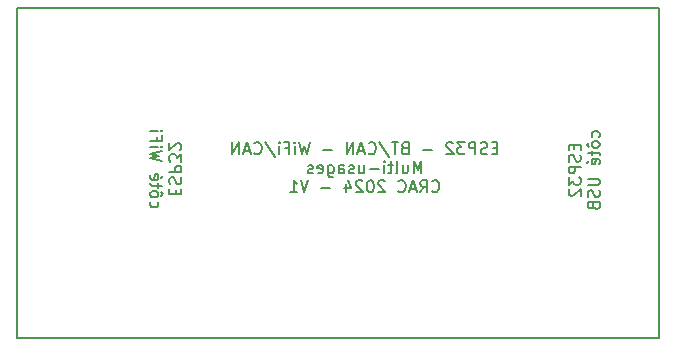
<source format=gbr>
%TF.GenerationSoftware,KiCad,Pcbnew,7.0.11-2.fc39*%
%TF.CreationDate,2024-04-04T23:01:03+02:00*%
%TF.ProjectId,WifiCAN,57696669-4341-44e2-9e6b-696361645f70,rev?*%
%TF.SameCoordinates,Original*%
%TF.FileFunction,Legend,Bot*%
%TF.FilePolarity,Positive*%
%FSLAX46Y46*%
G04 Gerber Fmt 4.6, Leading zero omitted, Abs format (unit mm)*
G04 Created by KiCad (PCBNEW 7.0.11-2.fc39) date 2024-04-04 23:01:03*
%MOMM*%
%LPD*%
G01*
G04 APERTURE LIST*
%ADD10C,0.150000*%
%ADD11C,0.127000*%
G04 APERTURE END LIST*
D10*
X114921690Y-108006456D02*
X114921690Y-107673123D01*
X114397880Y-107530266D02*
X114397880Y-108006456D01*
X114397880Y-108006456D02*
X115397880Y-108006456D01*
X115397880Y-108006456D02*
X115397880Y-107530266D01*
X114445500Y-107149313D02*
X114397880Y-107006456D01*
X114397880Y-107006456D02*
X114397880Y-106768361D01*
X114397880Y-106768361D02*
X114445500Y-106673123D01*
X114445500Y-106673123D02*
X114493119Y-106625504D01*
X114493119Y-106625504D02*
X114588357Y-106577885D01*
X114588357Y-106577885D02*
X114683595Y-106577885D01*
X114683595Y-106577885D02*
X114778833Y-106625504D01*
X114778833Y-106625504D02*
X114826452Y-106673123D01*
X114826452Y-106673123D02*
X114874071Y-106768361D01*
X114874071Y-106768361D02*
X114921690Y-106958837D01*
X114921690Y-106958837D02*
X114969309Y-107054075D01*
X114969309Y-107054075D02*
X115016928Y-107101694D01*
X115016928Y-107101694D02*
X115112166Y-107149313D01*
X115112166Y-107149313D02*
X115207404Y-107149313D01*
X115207404Y-107149313D02*
X115302642Y-107101694D01*
X115302642Y-107101694D02*
X115350261Y-107054075D01*
X115350261Y-107054075D02*
X115397880Y-106958837D01*
X115397880Y-106958837D02*
X115397880Y-106720742D01*
X115397880Y-106720742D02*
X115350261Y-106577885D01*
X114397880Y-106149313D02*
X115397880Y-106149313D01*
X115397880Y-106149313D02*
X115397880Y-105768361D01*
X115397880Y-105768361D02*
X115350261Y-105673123D01*
X115350261Y-105673123D02*
X115302642Y-105625504D01*
X115302642Y-105625504D02*
X115207404Y-105577885D01*
X115207404Y-105577885D02*
X115064547Y-105577885D01*
X115064547Y-105577885D02*
X114969309Y-105625504D01*
X114969309Y-105625504D02*
X114921690Y-105673123D01*
X114921690Y-105673123D02*
X114874071Y-105768361D01*
X114874071Y-105768361D02*
X114874071Y-106149313D01*
X115397880Y-105244551D02*
X115397880Y-104625504D01*
X115397880Y-104625504D02*
X115016928Y-104958837D01*
X115016928Y-104958837D02*
X115016928Y-104815980D01*
X115016928Y-104815980D02*
X114969309Y-104720742D01*
X114969309Y-104720742D02*
X114921690Y-104673123D01*
X114921690Y-104673123D02*
X114826452Y-104625504D01*
X114826452Y-104625504D02*
X114588357Y-104625504D01*
X114588357Y-104625504D02*
X114493119Y-104673123D01*
X114493119Y-104673123D02*
X114445500Y-104720742D01*
X114445500Y-104720742D02*
X114397880Y-104815980D01*
X114397880Y-104815980D02*
X114397880Y-105101694D01*
X114397880Y-105101694D02*
X114445500Y-105196932D01*
X114445500Y-105196932D02*
X114493119Y-105244551D01*
X115302642Y-104244551D02*
X115350261Y-104196932D01*
X115350261Y-104196932D02*
X115397880Y-104101694D01*
X115397880Y-104101694D02*
X115397880Y-103863599D01*
X115397880Y-103863599D02*
X115350261Y-103768361D01*
X115350261Y-103768361D02*
X115302642Y-103720742D01*
X115302642Y-103720742D02*
X115207404Y-103673123D01*
X115207404Y-103673123D02*
X115112166Y-103673123D01*
X115112166Y-103673123D02*
X114969309Y-103720742D01*
X114969309Y-103720742D02*
X114397880Y-104292170D01*
X114397880Y-104292170D02*
X114397880Y-103673123D01*
X112835500Y-108649314D02*
X112787880Y-108744552D01*
X112787880Y-108744552D02*
X112787880Y-108935028D01*
X112787880Y-108935028D02*
X112835500Y-109030266D01*
X112835500Y-109030266D02*
X112883119Y-109077885D01*
X112883119Y-109077885D02*
X112978357Y-109125504D01*
X112978357Y-109125504D02*
X113264071Y-109125504D01*
X113264071Y-109125504D02*
X113359309Y-109077885D01*
X113359309Y-109077885D02*
X113406928Y-109030266D01*
X113406928Y-109030266D02*
X113454547Y-108935028D01*
X113454547Y-108935028D02*
X113454547Y-108744552D01*
X113454547Y-108744552D02*
X113406928Y-108649314D01*
X112787880Y-108077885D02*
X112835500Y-108173123D01*
X112835500Y-108173123D02*
X112883119Y-108220742D01*
X112883119Y-108220742D02*
X112978357Y-108268361D01*
X112978357Y-108268361D02*
X113264071Y-108268361D01*
X113264071Y-108268361D02*
X113359309Y-108220742D01*
X113359309Y-108220742D02*
X113406928Y-108173123D01*
X113406928Y-108173123D02*
X113454547Y-108077885D01*
X113454547Y-108077885D02*
X113454547Y-107935028D01*
X113454547Y-107935028D02*
X113406928Y-107839790D01*
X113406928Y-107839790D02*
X113359309Y-107792171D01*
X113359309Y-107792171D02*
X113264071Y-107744552D01*
X113264071Y-107744552D02*
X112978357Y-107744552D01*
X112978357Y-107744552D02*
X112883119Y-107792171D01*
X112883119Y-107792171D02*
X112835500Y-107839790D01*
X112835500Y-107839790D02*
X112787880Y-107935028D01*
X112787880Y-107935028D02*
X112787880Y-108077885D01*
X113692642Y-108173123D02*
X113835500Y-107982647D01*
X113835500Y-107982647D02*
X113692642Y-107792171D01*
X113454547Y-107458837D02*
X113454547Y-107077885D01*
X113787880Y-107315980D02*
X112930738Y-107315980D01*
X112930738Y-107315980D02*
X112835500Y-107268361D01*
X112835500Y-107268361D02*
X112787880Y-107173123D01*
X112787880Y-107173123D02*
X112787880Y-107077885D01*
X112835500Y-106363599D02*
X112787880Y-106458837D01*
X112787880Y-106458837D02*
X112787880Y-106649313D01*
X112787880Y-106649313D02*
X112835500Y-106744551D01*
X112835500Y-106744551D02*
X112930738Y-106792170D01*
X112930738Y-106792170D02*
X113311690Y-106792170D01*
X113311690Y-106792170D02*
X113406928Y-106744551D01*
X113406928Y-106744551D02*
X113454547Y-106649313D01*
X113454547Y-106649313D02*
X113454547Y-106458837D01*
X113454547Y-106458837D02*
X113406928Y-106363599D01*
X113406928Y-106363599D02*
X113311690Y-106315980D01*
X113311690Y-106315980D02*
X113216452Y-106315980D01*
X113216452Y-106315980D02*
X113121214Y-106792170D01*
X113835500Y-106458837D02*
X113692642Y-106601694D01*
X113787880Y-105220741D02*
X112787880Y-104982646D01*
X112787880Y-104982646D02*
X113502166Y-104792170D01*
X113502166Y-104792170D02*
X112787880Y-104601694D01*
X112787880Y-104601694D02*
X113787880Y-104363599D01*
X112787880Y-103982646D02*
X113454547Y-103982646D01*
X113787880Y-103982646D02*
X113740261Y-104030265D01*
X113740261Y-104030265D02*
X113692642Y-103982646D01*
X113692642Y-103982646D02*
X113740261Y-103935027D01*
X113740261Y-103935027D02*
X113787880Y-103982646D01*
X113787880Y-103982646D02*
X113692642Y-103982646D01*
X113311690Y-103173123D02*
X113311690Y-103506456D01*
X112787880Y-103506456D02*
X113787880Y-103506456D01*
X113787880Y-103506456D02*
X113787880Y-103030266D01*
X112787880Y-102649313D02*
X113454547Y-102649313D01*
X113787880Y-102649313D02*
X113740261Y-102696932D01*
X113740261Y-102696932D02*
X113692642Y-102649313D01*
X113692642Y-102649313D02*
X113740261Y-102601694D01*
X113740261Y-102601694D02*
X113787880Y-102649313D01*
X113787880Y-102649313D02*
X113692642Y-102649313D01*
X148693709Y-103820743D02*
X148693709Y-104154076D01*
X149217519Y-104296933D02*
X149217519Y-103820743D01*
X149217519Y-103820743D02*
X148217519Y-103820743D01*
X148217519Y-103820743D02*
X148217519Y-104296933D01*
X149169900Y-104677886D02*
X149217519Y-104820743D01*
X149217519Y-104820743D02*
X149217519Y-105058838D01*
X149217519Y-105058838D02*
X149169900Y-105154076D01*
X149169900Y-105154076D02*
X149122280Y-105201695D01*
X149122280Y-105201695D02*
X149027042Y-105249314D01*
X149027042Y-105249314D02*
X148931804Y-105249314D01*
X148931804Y-105249314D02*
X148836566Y-105201695D01*
X148836566Y-105201695D02*
X148788947Y-105154076D01*
X148788947Y-105154076D02*
X148741328Y-105058838D01*
X148741328Y-105058838D02*
X148693709Y-104868362D01*
X148693709Y-104868362D02*
X148646090Y-104773124D01*
X148646090Y-104773124D02*
X148598471Y-104725505D01*
X148598471Y-104725505D02*
X148503233Y-104677886D01*
X148503233Y-104677886D02*
X148407995Y-104677886D01*
X148407995Y-104677886D02*
X148312757Y-104725505D01*
X148312757Y-104725505D02*
X148265138Y-104773124D01*
X148265138Y-104773124D02*
X148217519Y-104868362D01*
X148217519Y-104868362D02*
X148217519Y-105106457D01*
X148217519Y-105106457D02*
X148265138Y-105249314D01*
X149217519Y-105677886D02*
X148217519Y-105677886D01*
X148217519Y-105677886D02*
X148217519Y-106058838D01*
X148217519Y-106058838D02*
X148265138Y-106154076D01*
X148265138Y-106154076D02*
X148312757Y-106201695D01*
X148312757Y-106201695D02*
X148407995Y-106249314D01*
X148407995Y-106249314D02*
X148550852Y-106249314D01*
X148550852Y-106249314D02*
X148646090Y-106201695D01*
X148646090Y-106201695D02*
X148693709Y-106154076D01*
X148693709Y-106154076D02*
X148741328Y-106058838D01*
X148741328Y-106058838D02*
X148741328Y-105677886D01*
X148217519Y-106582648D02*
X148217519Y-107201695D01*
X148217519Y-107201695D02*
X148598471Y-106868362D01*
X148598471Y-106868362D02*
X148598471Y-107011219D01*
X148598471Y-107011219D02*
X148646090Y-107106457D01*
X148646090Y-107106457D02*
X148693709Y-107154076D01*
X148693709Y-107154076D02*
X148788947Y-107201695D01*
X148788947Y-107201695D02*
X149027042Y-107201695D01*
X149027042Y-107201695D02*
X149122280Y-107154076D01*
X149122280Y-107154076D02*
X149169900Y-107106457D01*
X149169900Y-107106457D02*
X149217519Y-107011219D01*
X149217519Y-107011219D02*
X149217519Y-106725505D01*
X149217519Y-106725505D02*
X149169900Y-106630267D01*
X149169900Y-106630267D02*
X149122280Y-106582648D01*
X148312757Y-107582648D02*
X148265138Y-107630267D01*
X148265138Y-107630267D02*
X148217519Y-107725505D01*
X148217519Y-107725505D02*
X148217519Y-107963600D01*
X148217519Y-107963600D02*
X148265138Y-108058838D01*
X148265138Y-108058838D02*
X148312757Y-108106457D01*
X148312757Y-108106457D02*
X148407995Y-108154076D01*
X148407995Y-108154076D02*
X148503233Y-108154076D01*
X148503233Y-108154076D02*
X148646090Y-108106457D01*
X148646090Y-108106457D02*
X149217519Y-107535029D01*
X149217519Y-107535029D02*
X149217519Y-108154076D01*
X150779900Y-103154075D02*
X150827519Y-103058837D01*
X150827519Y-103058837D02*
X150827519Y-102868361D01*
X150827519Y-102868361D02*
X150779900Y-102773123D01*
X150779900Y-102773123D02*
X150732280Y-102725504D01*
X150732280Y-102725504D02*
X150637042Y-102677885D01*
X150637042Y-102677885D02*
X150351328Y-102677885D01*
X150351328Y-102677885D02*
X150256090Y-102725504D01*
X150256090Y-102725504D02*
X150208471Y-102773123D01*
X150208471Y-102773123D02*
X150160852Y-102868361D01*
X150160852Y-102868361D02*
X150160852Y-103058837D01*
X150160852Y-103058837D02*
X150208471Y-103154075D01*
X150827519Y-103725504D02*
X150779900Y-103630266D01*
X150779900Y-103630266D02*
X150732280Y-103582647D01*
X150732280Y-103582647D02*
X150637042Y-103535028D01*
X150637042Y-103535028D02*
X150351328Y-103535028D01*
X150351328Y-103535028D02*
X150256090Y-103582647D01*
X150256090Y-103582647D02*
X150208471Y-103630266D01*
X150208471Y-103630266D02*
X150160852Y-103725504D01*
X150160852Y-103725504D02*
X150160852Y-103868361D01*
X150160852Y-103868361D02*
X150208471Y-103963599D01*
X150208471Y-103963599D02*
X150256090Y-104011218D01*
X150256090Y-104011218D02*
X150351328Y-104058837D01*
X150351328Y-104058837D02*
X150637042Y-104058837D01*
X150637042Y-104058837D02*
X150732280Y-104011218D01*
X150732280Y-104011218D02*
X150779900Y-103963599D01*
X150779900Y-103963599D02*
X150827519Y-103868361D01*
X150827519Y-103868361D02*
X150827519Y-103725504D01*
X149922757Y-103630266D02*
X149779900Y-103820742D01*
X149779900Y-103820742D02*
X149922757Y-104011218D01*
X150160852Y-104344552D02*
X150160852Y-104725504D01*
X149827519Y-104487409D02*
X150684661Y-104487409D01*
X150684661Y-104487409D02*
X150779900Y-104535028D01*
X150779900Y-104535028D02*
X150827519Y-104630266D01*
X150827519Y-104630266D02*
X150827519Y-104725504D01*
X150779900Y-105439790D02*
X150827519Y-105344552D01*
X150827519Y-105344552D02*
X150827519Y-105154076D01*
X150827519Y-105154076D02*
X150779900Y-105058838D01*
X150779900Y-105058838D02*
X150684661Y-105011219D01*
X150684661Y-105011219D02*
X150303709Y-105011219D01*
X150303709Y-105011219D02*
X150208471Y-105058838D01*
X150208471Y-105058838D02*
X150160852Y-105154076D01*
X150160852Y-105154076D02*
X150160852Y-105344552D01*
X150160852Y-105344552D02*
X150208471Y-105439790D01*
X150208471Y-105439790D02*
X150303709Y-105487409D01*
X150303709Y-105487409D02*
X150398947Y-105487409D01*
X150398947Y-105487409D02*
X150494185Y-105011219D01*
X149779900Y-105344552D02*
X149922757Y-105201695D01*
X149827519Y-106677886D02*
X150637042Y-106677886D01*
X150637042Y-106677886D02*
X150732280Y-106725505D01*
X150732280Y-106725505D02*
X150779900Y-106773124D01*
X150779900Y-106773124D02*
X150827519Y-106868362D01*
X150827519Y-106868362D02*
X150827519Y-107058838D01*
X150827519Y-107058838D02*
X150779900Y-107154076D01*
X150779900Y-107154076D02*
X150732280Y-107201695D01*
X150732280Y-107201695D02*
X150637042Y-107249314D01*
X150637042Y-107249314D02*
X149827519Y-107249314D01*
X150779900Y-107677886D02*
X150827519Y-107820743D01*
X150827519Y-107820743D02*
X150827519Y-108058838D01*
X150827519Y-108058838D02*
X150779900Y-108154076D01*
X150779900Y-108154076D02*
X150732280Y-108201695D01*
X150732280Y-108201695D02*
X150637042Y-108249314D01*
X150637042Y-108249314D02*
X150541804Y-108249314D01*
X150541804Y-108249314D02*
X150446566Y-108201695D01*
X150446566Y-108201695D02*
X150398947Y-108154076D01*
X150398947Y-108154076D02*
X150351328Y-108058838D01*
X150351328Y-108058838D02*
X150303709Y-107868362D01*
X150303709Y-107868362D02*
X150256090Y-107773124D01*
X150256090Y-107773124D02*
X150208471Y-107725505D01*
X150208471Y-107725505D02*
X150113233Y-107677886D01*
X150113233Y-107677886D02*
X150017995Y-107677886D01*
X150017995Y-107677886D02*
X149922757Y-107725505D01*
X149922757Y-107725505D02*
X149875138Y-107773124D01*
X149875138Y-107773124D02*
X149827519Y-107868362D01*
X149827519Y-107868362D02*
X149827519Y-108106457D01*
X149827519Y-108106457D02*
X149875138Y-108249314D01*
X150303709Y-109011219D02*
X150351328Y-109154076D01*
X150351328Y-109154076D02*
X150398947Y-109201695D01*
X150398947Y-109201695D02*
X150494185Y-109249314D01*
X150494185Y-109249314D02*
X150637042Y-109249314D01*
X150637042Y-109249314D02*
X150732280Y-109201695D01*
X150732280Y-109201695D02*
X150779900Y-109154076D01*
X150779900Y-109154076D02*
X150827519Y-109058838D01*
X150827519Y-109058838D02*
X150827519Y-108677886D01*
X150827519Y-108677886D02*
X149827519Y-108677886D01*
X149827519Y-108677886D02*
X149827519Y-109011219D01*
X149827519Y-109011219D02*
X149875138Y-109106457D01*
X149875138Y-109106457D02*
X149922757Y-109154076D01*
X149922757Y-109154076D02*
X150017995Y-109201695D01*
X150017995Y-109201695D02*
X150113233Y-109201695D01*
X150113233Y-109201695D02*
X150208471Y-109154076D01*
X150208471Y-109154076D02*
X150256090Y-109106457D01*
X150256090Y-109106457D02*
X150303709Y-109011219D01*
X150303709Y-109011219D02*
X150303709Y-108677886D01*
X142171985Y-104089609D02*
X141838652Y-104089609D01*
X141695795Y-104613419D02*
X142171985Y-104613419D01*
X142171985Y-104613419D02*
X142171985Y-103613419D01*
X142171985Y-103613419D02*
X141695795Y-103613419D01*
X141314842Y-104565800D02*
X141171985Y-104613419D01*
X141171985Y-104613419D02*
X140933890Y-104613419D01*
X140933890Y-104613419D02*
X140838652Y-104565800D01*
X140838652Y-104565800D02*
X140791033Y-104518180D01*
X140791033Y-104518180D02*
X140743414Y-104422942D01*
X140743414Y-104422942D02*
X140743414Y-104327704D01*
X140743414Y-104327704D02*
X140791033Y-104232466D01*
X140791033Y-104232466D02*
X140838652Y-104184847D01*
X140838652Y-104184847D02*
X140933890Y-104137228D01*
X140933890Y-104137228D02*
X141124366Y-104089609D01*
X141124366Y-104089609D02*
X141219604Y-104041990D01*
X141219604Y-104041990D02*
X141267223Y-103994371D01*
X141267223Y-103994371D02*
X141314842Y-103899133D01*
X141314842Y-103899133D02*
X141314842Y-103803895D01*
X141314842Y-103803895D02*
X141267223Y-103708657D01*
X141267223Y-103708657D02*
X141219604Y-103661038D01*
X141219604Y-103661038D02*
X141124366Y-103613419D01*
X141124366Y-103613419D02*
X140886271Y-103613419D01*
X140886271Y-103613419D02*
X140743414Y-103661038D01*
X140314842Y-104613419D02*
X140314842Y-103613419D01*
X140314842Y-103613419D02*
X139933890Y-103613419D01*
X139933890Y-103613419D02*
X139838652Y-103661038D01*
X139838652Y-103661038D02*
X139791033Y-103708657D01*
X139791033Y-103708657D02*
X139743414Y-103803895D01*
X139743414Y-103803895D02*
X139743414Y-103946752D01*
X139743414Y-103946752D02*
X139791033Y-104041990D01*
X139791033Y-104041990D02*
X139838652Y-104089609D01*
X139838652Y-104089609D02*
X139933890Y-104137228D01*
X139933890Y-104137228D02*
X140314842Y-104137228D01*
X139410080Y-103613419D02*
X138791033Y-103613419D01*
X138791033Y-103613419D02*
X139124366Y-103994371D01*
X139124366Y-103994371D02*
X138981509Y-103994371D01*
X138981509Y-103994371D02*
X138886271Y-104041990D01*
X138886271Y-104041990D02*
X138838652Y-104089609D01*
X138838652Y-104089609D02*
X138791033Y-104184847D01*
X138791033Y-104184847D02*
X138791033Y-104422942D01*
X138791033Y-104422942D02*
X138838652Y-104518180D01*
X138838652Y-104518180D02*
X138886271Y-104565800D01*
X138886271Y-104565800D02*
X138981509Y-104613419D01*
X138981509Y-104613419D02*
X139267223Y-104613419D01*
X139267223Y-104613419D02*
X139362461Y-104565800D01*
X139362461Y-104565800D02*
X139410080Y-104518180D01*
X138410080Y-103708657D02*
X138362461Y-103661038D01*
X138362461Y-103661038D02*
X138267223Y-103613419D01*
X138267223Y-103613419D02*
X138029128Y-103613419D01*
X138029128Y-103613419D02*
X137933890Y-103661038D01*
X137933890Y-103661038D02*
X137886271Y-103708657D01*
X137886271Y-103708657D02*
X137838652Y-103803895D01*
X137838652Y-103803895D02*
X137838652Y-103899133D01*
X137838652Y-103899133D02*
X137886271Y-104041990D01*
X137886271Y-104041990D02*
X138457699Y-104613419D01*
X138457699Y-104613419D02*
X137838652Y-104613419D01*
X136648175Y-104232466D02*
X135886271Y-104232466D01*
X134314842Y-104089609D02*
X134171985Y-104137228D01*
X134171985Y-104137228D02*
X134124366Y-104184847D01*
X134124366Y-104184847D02*
X134076747Y-104280085D01*
X134076747Y-104280085D02*
X134076747Y-104422942D01*
X134076747Y-104422942D02*
X134124366Y-104518180D01*
X134124366Y-104518180D02*
X134171985Y-104565800D01*
X134171985Y-104565800D02*
X134267223Y-104613419D01*
X134267223Y-104613419D02*
X134648175Y-104613419D01*
X134648175Y-104613419D02*
X134648175Y-103613419D01*
X134648175Y-103613419D02*
X134314842Y-103613419D01*
X134314842Y-103613419D02*
X134219604Y-103661038D01*
X134219604Y-103661038D02*
X134171985Y-103708657D01*
X134171985Y-103708657D02*
X134124366Y-103803895D01*
X134124366Y-103803895D02*
X134124366Y-103899133D01*
X134124366Y-103899133D02*
X134171985Y-103994371D01*
X134171985Y-103994371D02*
X134219604Y-104041990D01*
X134219604Y-104041990D02*
X134314842Y-104089609D01*
X134314842Y-104089609D02*
X134648175Y-104089609D01*
X133791032Y-103613419D02*
X133219604Y-103613419D01*
X133505318Y-104613419D02*
X133505318Y-103613419D01*
X132171985Y-103565800D02*
X133029127Y-104851514D01*
X131267223Y-104518180D02*
X131314842Y-104565800D01*
X131314842Y-104565800D02*
X131457699Y-104613419D01*
X131457699Y-104613419D02*
X131552937Y-104613419D01*
X131552937Y-104613419D02*
X131695794Y-104565800D01*
X131695794Y-104565800D02*
X131791032Y-104470561D01*
X131791032Y-104470561D02*
X131838651Y-104375323D01*
X131838651Y-104375323D02*
X131886270Y-104184847D01*
X131886270Y-104184847D02*
X131886270Y-104041990D01*
X131886270Y-104041990D02*
X131838651Y-103851514D01*
X131838651Y-103851514D02*
X131791032Y-103756276D01*
X131791032Y-103756276D02*
X131695794Y-103661038D01*
X131695794Y-103661038D02*
X131552937Y-103613419D01*
X131552937Y-103613419D02*
X131457699Y-103613419D01*
X131457699Y-103613419D02*
X131314842Y-103661038D01*
X131314842Y-103661038D02*
X131267223Y-103708657D01*
X130886270Y-104327704D02*
X130410080Y-104327704D01*
X130981508Y-104613419D02*
X130648175Y-103613419D01*
X130648175Y-103613419D02*
X130314842Y-104613419D01*
X129981508Y-104613419D02*
X129981508Y-103613419D01*
X129981508Y-103613419D02*
X129410080Y-104613419D01*
X129410080Y-104613419D02*
X129410080Y-103613419D01*
X128171984Y-104232466D02*
X127410080Y-104232466D01*
X126267222Y-103613419D02*
X126029127Y-104613419D01*
X126029127Y-104613419D02*
X125838651Y-103899133D01*
X125838651Y-103899133D02*
X125648175Y-104613419D01*
X125648175Y-104613419D02*
X125410080Y-103613419D01*
X125029127Y-104613419D02*
X125029127Y-103946752D01*
X125029127Y-103613419D02*
X125076746Y-103661038D01*
X125076746Y-103661038D02*
X125029127Y-103708657D01*
X125029127Y-103708657D02*
X124981508Y-103661038D01*
X124981508Y-103661038D02*
X125029127Y-103613419D01*
X125029127Y-103613419D02*
X125029127Y-103708657D01*
X124219604Y-104089609D02*
X124552937Y-104089609D01*
X124552937Y-104613419D02*
X124552937Y-103613419D01*
X124552937Y-103613419D02*
X124076747Y-103613419D01*
X123695794Y-104613419D02*
X123695794Y-103946752D01*
X123695794Y-103613419D02*
X123743413Y-103661038D01*
X123743413Y-103661038D02*
X123695794Y-103708657D01*
X123695794Y-103708657D02*
X123648175Y-103661038D01*
X123648175Y-103661038D02*
X123695794Y-103613419D01*
X123695794Y-103613419D02*
X123695794Y-103708657D01*
X122505319Y-103565800D02*
X123362461Y-104851514D01*
X121600557Y-104518180D02*
X121648176Y-104565800D01*
X121648176Y-104565800D02*
X121791033Y-104613419D01*
X121791033Y-104613419D02*
X121886271Y-104613419D01*
X121886271Y-104613419D02*
X122029128Y-104565800D01*
X122029128Y-104565800D02*
X122124366Y-104470561D01*
X122124366Y-104470561D02*
X122171985Y-104375323D01*
X122171985Y-104375323D02*
X122219604Y-104184847D01*
X122219604Y-104184847D02*
X122219604Y-104041990D01*
X122219604Y-104041990D02*
X122171985Y-103851514D01*
X122171985Y-103851514D02*
X122124366Y-103756276D01*
X122124366Y-103756276D02*
X122029128Y-103661038D01*
X122029128Y-103661038D02*
X121886271Y-103613419D01*
X121886271Y-103613419D02*
X121791033Y-103613419D01*
X121791033Y-103613419D02*
X121648176Y-103661038D01*
X121648176Y-103661038D02*
X121600557Y-103708657D01*
X121219604Y-104327704D02*
X120743414Y-104327704D01*
X121314842Y-104613419D02*
X120981509Y-103613419D01*
X120981509Y-103613419D02*
X120648176Y-104613419D01*
X120314842Y-104613419D02*
X120314842Y-103613419D01*
X120314842Y-103613419D02*
X119743414Y-104613419D01*
X119743414Y-104613419D02*
X119743414Y-103613419D01*
X135743414Y-106223419D02*
X135743414Y-105223419D01*
X135743414Y-105223419D02*
X135410081Y-105937704D01*
X135410081Y-105937704D02*
X135076748Y-105223419D01*
X135076748Y-105223419D02*
X135076748Y-106223419D01*
X134171986Y-105556752D02*
X134171986Y-106223419D01*
X134600557Y-105556752D02*
X134600557Y-106080561D01*
X134600557Y-106080561D02*
X134552938Y-106175800D01*
X134552938Y-106175800D02*
X134457700Y-106223419D01*
X134457700Y-106223419D02*
X134314843Y-106223419D01*
X134314843Y-106223419D02*
X134219605Y-106175800D01*
X134219605Y-106175800D02*
X134171986Y-106128180D01*
X133552938Y-106223419D02*
X133648176Y-106175800D01*
X133648176Y-106175800D02*
X133695795Y-106080561D01*
X133695795Y-106080561D02*
X133695795Y-105223419D01*
X133314842Y-105556752D02*
X132933890Y-105556752D01*
X133171985Y-105223419D02*
X133171985Y-106080561D01*
X133171985Y-106080561D02*
X133124366Y-106175800D01*
X133124366Y-106175800D02*
X133029128Y-106223419D01*
X133029128Y-106223419D02*
X132933890Y-106223419D01*
X132600556Y-106223419D02*
X132600556Y-105556752D01*
X132600556Y-105223419D02*
X132648175Y-105271038D01*
X132648175Y-105271038D02*
X132600556Y-105318657D01*
X132600556Y-105318657D02*
X132552937Y-105271038D01*
X132552937Y-105271038D02*
X132600556Y-105223419D01*
X132600556Y-105223419D02*
X132600556Y-105318657D01*
X132124366Y-105842466D02*
X131362462Y-105842466D01*
X130457700Y-105556752D02*
X130457700Y-106223419D01*
X130886271Y-105556752D02*
X130886271Y-106080561D01*
X130886271Y-106080561D02*
X130838652Y-106175800D01*
X130838652Y-106175800D02*
X130743414Y-106223419D01*
X130743414Y-106223419D02*
X130600557Y-106223419D01*
X130600557Y-106223419D02*
X130505319Y-106175800D01*
X130505319Y-106175800D02*
X130457700Y-106128180D01*
X130029128Y-106175800D02*
X129933890Y-106223419D01*
X129933890Y-106223419D02*
X129743414Y-106223419D01*
X129743414Y-106223419D02*
X129648176Y-106175800D01*
X129648176Y-106175800D02*
X129600557Y-106080561D01*
X129600557Y-106080561D02*
X129600557Y-106032942D01*
X129600557Y-106032942D02*
X129648176Y-105937704D01*
X129648176Y-105937704D02*
X129743414Y-105890085D01*
X129743414Y-105890085D02*
X129886271Y-105890085D01*
X129886271Y-105890085D02*
X129981509Y-105842466D01*
X129981509Y-105842466D02*
X130029128Y-105747228D01*
X130029128Y-105747228D02*
X130029128Y-105699609D01*
X130029128Y-105699609D02*
X129981509Y-105604371D01*
X129981509Y-105604371D02*
X129886271Y-105556752D01*
X129886271Y-105556752D02*
X129743414Y-105556752D01*
X129743414Y-105556752D02*
X129648176Y-105604371D01*
X128743414Y-106223419D02*
X128743414Y-105699609D01*
X128743414Y-105699609D02*
X128791033Y-105604371D01*
X128791033Y-105604371D02*
X128886271Y-105556752D01*
X128886271Y-105556752D02*
X129076747Y-105556752D01*
X129076747Y-105556752D02*
X129171985Y-105604371D01*
X128743414Y-106175800D02*
X128838652Y-106223419D01*
X128838652Y-106223419D02*
X129076747Y-106223419D01*
X129076747Y-106223419D02*
X129171985Y-106175800D01*
X129171985Y-106175800D02*
X129219604Y-106080561D01*
X129219604Y-106080561D02*
X129219604Y-105985323D01*
X129219604Y-105985323D02*
X129171985Y-105890085D01*
X129171985Y-105890085D02*
X129076747Y-105842466D01*
X129076747Y-105842466D02*
X128838652Y-105842466D01*
X128838652Y-105842466D02*
X128743414Y-105794847D01*
X127838652Y-105556752D02*
X127838652Y-106366276D01*
X127838652Y-106366276D02*
X127886271Y-106461514D01*
X127886271Y-106461514D02*
X127933890Y-106509133D01*
X127933890Y-106509133D02*
X128029128Y-106556752D01*
X128029128Y-106556752D02*
X128171985Y-106556752D01*
X128171985Y-106556752D02*
X128267223Y-106509133D01*
X127838652Y-106175800D02*
X127933890Y-106223419D01*
X127933890Y-106223419D02*
X128124366Y-106223419D01*
X128124366Y-106223419D02*
X128219604Y-106175800D01*
X128219604Y-106175800D02*
X128267223Y-106128180D01*
X128267223Y-106128180D02*
X128314842Y-106032942D01*
X128314842Y-106032942D02*
X128314842Y-105747228D01*
X128314842Y-105747228D02*
X128267223Y-105651990D01*
X128267223Y-105651990D02*
X128219604Y-105604371D01*
X128219604Y-105604371D02*
X128124366Y-105556752D01*
X128124366Y-105556752D02*
X127933890Y-105556752D01*
X127933890Y-105556752D02*
X127838652Y-105604371D01*
X126981509Y-106175800D02*
X127076747Y-106223419D01*
X127076747Y-106223419D02*
X127267223Y-106223419D01*
X127267223Y-106223419D02*
X127362461Y-106175800D01*
X127362461Y-106175800D02*
X127410080Y-106080561D01*
X127410080Y-106080561D02*
X127410080Y-105699609D01*
X127410080Y-105699609D02*
X127362461Y-105604371D01*
X127362461Y-105604371D02*
X127267223Y-105556752D01*
X127267223Y-105556752D02*
X127076747Y-105556752D01*
X127076747Y-105556752D02*
X126981509Y-105604371D01*
X126981509Y-105604371D02*
X126933890Y-105699609D01*
X126933890Y-105699609D02*
X126933890Y-105794847D01*
X126933890Y-105794847D02*
X127410080Y-105890085D01*
X126552937Y-106175800D02*
X126457699Y-106223419D01*
X126457699Y-106223419D02*
X126267223Y-106223419D01*
X126267223Y-106223419D02*
X126171985Y-106175800D01*
X126171985Y-106175800D02*
X126124366Y-106080561D01*
X126124366Y-106080561D02*
X126124366Y-106032942D01*
X126124366Y-106032942D02*
X126171985Y-105937704D01*
X126171985Y-105937704D02*
X126267223Y-105890085D01*
X126267223Y-105890085D02*
X126410080Y-105890085D01*
X126410080Y-105890085D02*
X126505318Y-105842466D01*
X126505318Y-105842466D02*
X126552937Y-105747228D01*
X126552937Y-105747228D02*
X126552937Y-105699609D01*
X126552937Y-105699609D02*
X126505318Y-105604371D01*
X126505318Y-105604371D02*
X126410080Y-105556752D01*
X126410080Y-105556752D02*
X126267223Y-105556752D01*
X126267223Y-105556752D02*
X126171985Y-105604371D01*
X136648176Y-107738180D02*
X136695795Y-107785800D01*
X136695795Y-107785800D02*
X136838652Y-107833419D01*
X136838652Y-107833419D02*
X136933890Y-107833419D01*
X136933890Y-107833419D02*
X137076747Y-107785800D01*
X137076747Y-107785800D02*
X137171985Y-107690561D01*
X137171985Y-107690561D02*
X137219604Y-107595323D01*
X137219604Y-107595323D02*
X137267223Y-107404847D01*
X137267223Y-107404847D02*
X137267223Y-107261990D01*
X137267223Y-107261990D02*
X137219604Y-107071514D01*
X137219604Y-107071514D02*
X137171985Y-106976276D01*
X137171985Y-106976276D02*
X137076747Y-106881038D01*
X137076747Y-106881038D02*
X136933890Y-106833419D01*
X136933890Y-106833419D02*
X136838652Y-106833419D01*
X136838652Y-106833419D02*
X136695795Y-106881038D01*
X136695795Y-106881038D02*
X136648176Y-106928657D01*
X135648176Y-107833419D02*
X135981509Y-107357228D01*
X136219604Y-107833419D02*
X136219604Y-106833419D01*
X136219604Y-106833419D02*
X135838652Y-106833419D01*
X135838652Y-106833419D02*
X135743414Y-106881038D01*
X135743414Y-106881038D02*
X135695795Y-106928657D01*
X135695795Y-106928657D02*
X135648176Y-107023895D01*
X135648176Y-107023895D02*
X135648176Y-107166752D01*
X135648176Y-107166752D02*
X135695795Y-107261990D01*
X135695795Y-107261990D02*
X135743414Y-107309609D01*
X135743414Y-107309609D02*
X135838652Y-107357228D01*
X135838652Y-107357228D02*
X136219604Y-107357228D01*
X135267223Y-107547704D02*
X134791033Y-107547704D01*
X135362461Y-107833419D02*
X135029128Y-106833419D01*
X135029128Y-106833419D02*
X134695795Y-107833419D01*
X133791033Y-107738180D02*
X133838652Y-107785800D01*
X133838652Y-107785800D02*
X133981509Y-107833419D01*
X133981509Y-107833419D02*
X134076747Y-107833419D01*
X134076747Y-107833419D02*
X134219604Y-107785800D01*
X134219604Y-107785800D02*
X134314842Y-107690561D01*
X134314842Y-107690561D02*
X134362461Y-107595323D01*
X134362461Y-107595323D02*
X134410080Y-107404847D01*
X134410080Y-107404847D02*
X134410080Y-107261990D01*
X134410080Y-107261990D02*
X134362461Y-107071514D01*
X134362461Y-107071514D02*
X134314842Y-106976276D01*
X134314842Y-106976276D02*
X134219604Y-106881038D01*
X134219604Y-106881038D02*
X134076747Y-106833419D01*
X134076747Y-106833419D02*
X133981509Y-106833419D01*
X133981509Y-106833419D02*
X133838652Y-106881038D01*
X133838652Y-106881038D02*
X133791033Y-106928657D01*
X132648175Y-106928657D02*
X132600556Y-106881038D01*
X132600556Y-106881038D02*
X132505318Y-106833419D01*
X132505318Y-106833419D02*
X132267223Y-106833419D01*
X132267223Y-106833419D02*
X132171985Y-106881038D01*
X132171985Y-106881038D02*
X132124366Y-106928657D01*
X132124366Y-106928657D02*
X132076747Y-107023895D01*
X132076747Y-107023895D02*
X132076747Y-107119133D01*
X132076747Y-107119133D02*
X132124366Y-107261990D01*
X132124366Y-107261990D02*
X132695794Y-107833419D01*
X132695794Y-107833419D02*
X132076747Y-107833419D01*
X131457699Y-106833419D02*
X131362461Y-106833419D01*
X131362461Y-106833419D02*
X131267223Y-106881038D01*
X131267223Y-106881038D02*
X131219604Y-106928657D01*
X131219604Y-106928657D02*
X131171985Y-107023895D01*
X131171985Y-107023895D02*
X131124366Y-107214371D01*
X131124366Y-107214371D02*
X131124366Y-107452466D01*
X131124366Y-107452466D02*
X131171985Y-107642942D01*
X131171985Y-107642942D02*
X131219604Y-107738180D01*
X131219604Y-107738180D02*
X131267223Y-107785800D01*
X131267223Y-107785800D02*
X131362461Y-107833419D01*
X131362461Y-107833419D02*
X131457699Y-107833419D01*
X131457699Y-107833419D02*
X131552937Y-107785800D01*
X131552937Y-107785800D02*
X131600556Y-107738180D01*
X131600556Y-107738180D02*
X131648175Y-107642942D01*
X131648175Y-107642942D02*
X131695794Y-107452466D01*
X131695794Y-107452466D02*
X131695794Y-107214371D01*
X131695794Y-107214371D02*
X131648175Y-107023895D01*
X131648175Y-107023895D02*
X131600556Y-106928657D01*
X131600556Y-106928657D02*
X131552937Y-106881038D01*
X131552937Y-106881038D02*
X131457699Y-106833419D01*
X130743413Y-106928657D02*
X130695794Y-106881038D01*
X130695794Y-106881038D02*
X130600556Y-106833419D01*
X130600556Y-106833419D02*
X130362461Y-106833419D01*
X130362461Y-106833419D02*
X130267223Y-106881038D01*
X130267223Y-106881038D02*
X130219604Y-106928657D01*
X130219604Y-106928657D02*
X130171985Y-107023895D01*
X130171985Y-107023895D02*
X130171985Y-107119133D01*
X130171985Y-107119133D02*
X130219604Y-107261990D01*
X130219604Y-107261990D02*
X130791032Y-107833419D01*
X130791032Y-107833419D02*
X130171985Y-107833419D01*
X129314842Y-107166752D02*
X129314842Y-107833419D01*
X129552937Y-106785800D02*
X129791032Y-107500085D01*
X129791032Y-107500085D02*
X129171985Y-107500085D01*
X128029127Y-107452466D02*
X127267223Y-107452466D01*
X126171984Y-106833419D02*
X125838651Y-107833419D01*
X125838651Y-107833419D02*
X125505318Y-106833419D01*
X124648175Y-107833419D02*
X125219603Y-107833419D01*
X124933889Y-107833419D02*
X124933889Y-106833419D01*
X124933889Y-106833419D02*
X125029127Y-106976276D01*
X125029127Y-106976276D02*
X125124365Y-107071514D01*
X125124365Y-107071514D02*
X125219603Y-107119133D01*
D11*
%TO.C,U2*%
X101486635Y-120178808D02*
X155886635Y-120178808D01*
X155886635Y-120178808D02*
X155886635Y-92278808D01*
X101486635Y-92278808D02*
X101486635Y-120178808D01*
X155886635Y-92278808D02*
X101486635Y-92278808D01*
%TD*%
M02*

</source>
